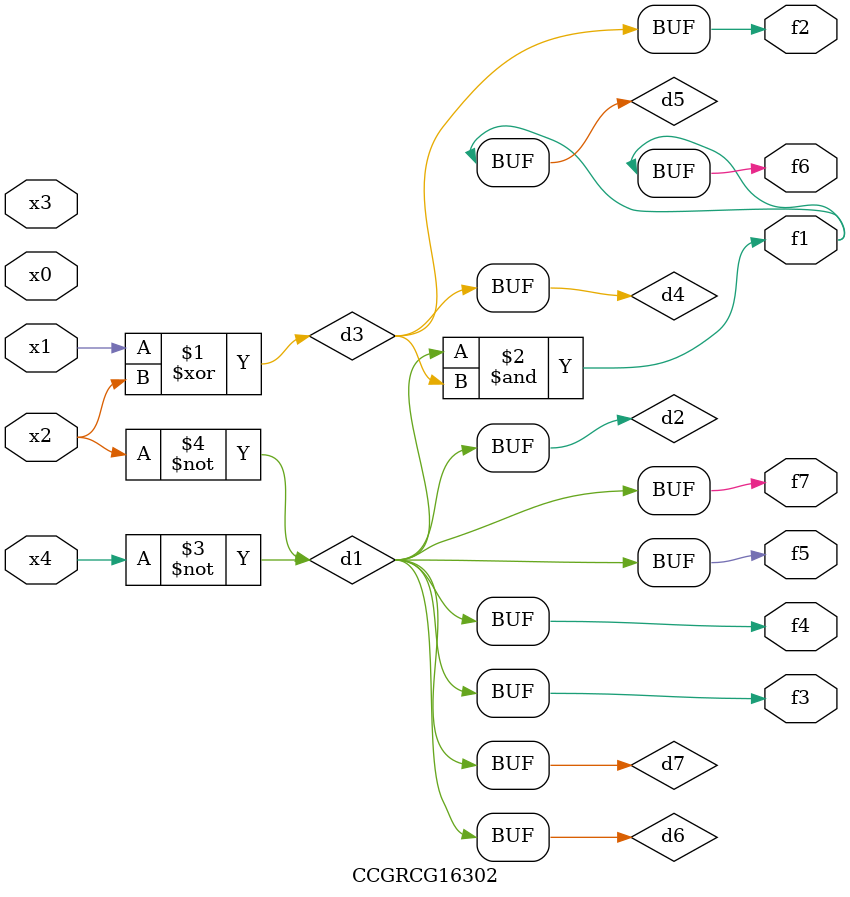
<source format=v>
module CCGRCG16302(
	input x0, x1, x2, x3, x4,
	output f1, f2, f3, f4, f5, f6, f7
);

	wire d1, d2, d3, d4, d5, d6, d7;

	not (d1, x4);
	not (d2, x2);
	xor (d3, x1, x2);
	buf (d4, d3);
	and (d5, d1, d3);
	buf (d6, d1, d2);
	buf (d7, d2);
	assign f1 = d5;
	assign f2 = d4;
	assign f3 = d7;
	assign f4 = d7;
	assign f5 = d7;
	assign f6 = d5;
	assign f7 = d7;
endmodule

</source>
